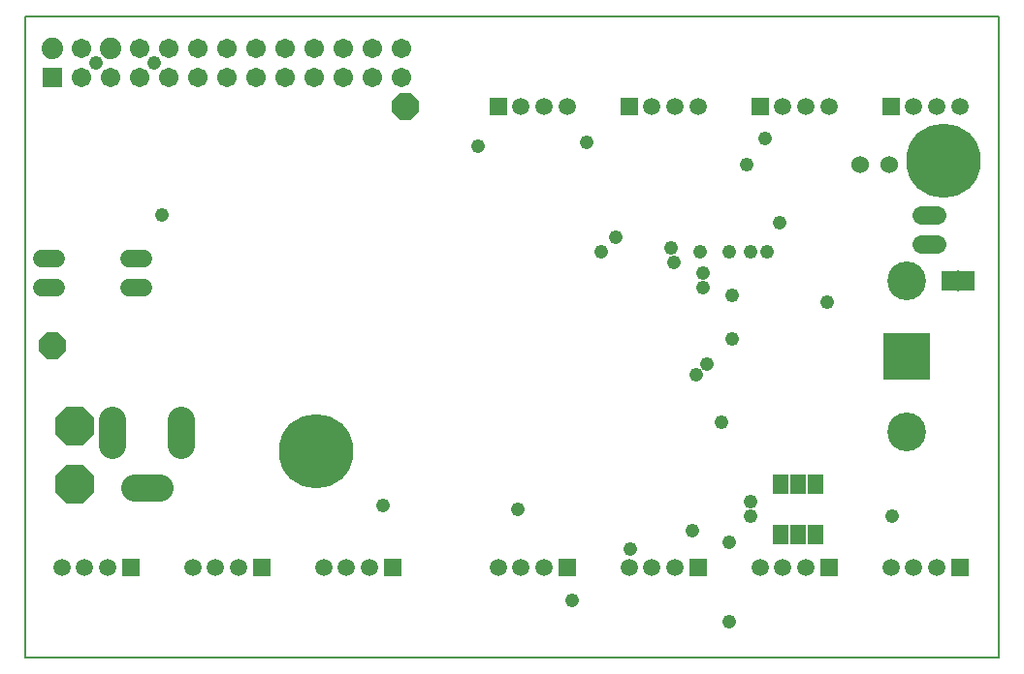
<source format=gbs>
G75*
%MOIN*%
%OFA0B0*%
%FSLAX24Y24*%
%IPPOS*%
%LPD*%
%AMOC8*
5,1,8,0,0,1.08239X$1,22.5*
%
%ADD10C,0.0050*%
%ADD11R,0.0674X0.0674*%
%ADD12C,0.0740*%
%ADD13C,0.0674*%
%ADD14C,0.0000*%
%ADD15C,0.1261*%
%ADD16C,0.0600*%
%ADD17R,0.1640X0.1640*%
%ADD18C,0.1330*%
%ADD19C,0.0940*%
%ADD20C,0.0600*%
%ADD21R,0.0595X0.0595*%
%ADD22C,0.0595*%
%ADD23OC8,0.0930*%
%ADD24OC8,0.1330*%
%ADD25R,0.0540X0.0710*%
%ADD26R,0.0060X0.0720*%
%ADD27C,0.0640*%
%ADD28C,0.0476*%
%ADD29C,0.2560*%
%ADD30C,0.0480*%
D10*
X000157Y000401D02*
X000157Y022448D01*
X033622Y022448D01*
X033622Y000401D01*
X000157Y000401D01*
D11*
X001102Y020371D03*
D12*
X001102Y021371D03*
X003102Y021371D03*
D13*
X004102Y021371D03*
X005102Y021371D03*
X006102Y021371D03*
X007102Y021371D03*
X008102Y021371D03*
X009102Y021371D03*
X010102Y021371D03*
X011102Y021371D03*
X012102Y021371D03*
X013102Y021371D03*
X013102Y020371D03*
X012102Y020371D03*
X011102Y020371D03*
X010102Y020371D03*
X009102Y020371D03*
X008102Y020371D03*
X007102Y020371D03*
X006102Y020371D03*
X005102Y020371D03*
X004102Y020371D03*
X003102Y020371D03*
X002102Y020371D03*
X002102Y021371D03*
D14*
X009573Y007496D02*
X009575Y007544D01*
X009581Y007592D01*
X009591Y007639D01*
X009604Y007685D01*
X009622Y007730D01*
X009642Y007774D01*
X009667Y007816D01*
X009695Y007855D01*
X009725Y007892D01*
X009759Y007926D01*
X009796Y007958D01*
X009834Y007987D01*
X009875Y008012D01*
X009918Y008034D01*
X009963Y008052D01*
X010009Y008066D01*
X010056Y008077D01*
X010104Y008084D01*
X010152Y008087D01*
X010200Y008086D01*
X010248Y008081D01*
X010296Y008072D01*
X010342Y008060D01*
X010387Y008043D01*
X010431Y008023D01*
X010473Y008000D01*
X010513Y007973D01*
X010551Y007943D01*
X010586Y007910D01*
X010618Y007874D01*
X010648Y007836D01*
X010674Y007795D01*
X010696Y007752D01*
X010716Y007708D01*
X010731Y007663D01*
X010743Y007616D01*
X010751Y007568D01*
X010755Y007520D01*
X010755Y007472D01*
X010751Y007424D01*
X010743Y007376D01*
X010731Y007329D01*
X010716Y007284D01*
X010696Y007240D01*
X010674Y007197D01*
X010648Y007156D01*
X010618Y007118D01*
X010586Y007082D01*
X010551Y007049D01*
X010513Y007019D01*
X010473Y006992D01*
X010431Y006969D01*
X010387Y006949D01*
X010342Y006932D01*
X010296Y006920D01*
X010248Y006911D01*
X010200Y006906D01*
X010152Y006905D01*
X010104Y006908D01*
X010056Y006915D01*
X010009Y006926D01*
X009963Y006940D01*
X009918Y006958D01*
X009875Y006980D01*
X009834Y007005D01*
X009796Y007034D01*
X009759Y007066D01*
X009725Y007100D01*
X009695Y007137D01*
X009667Y007176D01*
X009642Y007218D01*
X009622Y007262D01*
X009604Y007307D01*
X009591Y007353D01*
X009581Y007400D01*
X009575Y007448D01*
X009573Y007496D01*
X031136Y017496D02*
X031138Y017544D01*
X031144Y017592D01*
X031154Y017639D01*
X031167Y017685D01*
X031185Y017730D01*
X031205Y017774D01*
X031230Y017816D01*
X031258Y017855D01*
X031288Y017892D01*
X031322Y017926D01*
X031359Y017958D01*
X031397Y017987D01*
X031438Y018012D01*
X031481Y018034D01*
X031526Y018052D01*
X031572Y018066D01*
X031619Y018077D01*
X031667Y018084D01*
X031715Y018087D01*
X031763Y018086D01*
X031811Y018081D01*
X031859Y018072D01*
X031905Y018060D01*
X031950Y018043D01*
X031994Y018023D01*
X032036Y018000D01*
X032076Y017973D01*
X032114Y017943D01*
X032149Y017910D01*
X032181Y017874D01*
X032211Y017836D01*
X032237Y017795D01*
X032259Y017752D01*
X032279Y017708D01*
X032294Y017663D01*
X032306Y017616D01*
X032314Y017568D01*
X032318Y017520D01*
X032318Y017472D01*
X032314Y017424D01*
X032306Y017376D01*
X032294Y017329D01*
X032279Y017284D01*
X032259Y017240D01*
X032237Y017197D01*
X032211Y017156D01*
X032181Y017118D01*
X032149Y017082D01*
X032114Y017049D01*
X032076Y017019D01*
X032036Y016992D01*
X031994Y016969D01*
X031950Y016949D01*
X031905Y016932D01*
X031859Y016920D01*
X031811Y016911D01*
X031763Y016906D01*
X031715Y016905D01*
X031667Y016908D01*
X031619Y016915D01*
X031572Y016926D01*
X031526Y016940D01*
X031481Y016958D01*
X031438Y016980D01*
X031397Y017005D01*
X031359Y017034D01*
X031322Y017066D01*
X031288Y017100D01*
X031258Y017137D01*
X031230Y017176D01*
X031205Y017218D01*
X031185Y017262D01*
X031167Y017307D01*
X031154Y017353D01*
X031144Y017400D01*
X031138Y017448D01*
X031136Y017496D01*
D15*
X031727Y017496D03*
X010164Y007496D03*
D16*
X028852Y017371D03*
X029852Y017371D03*
D17*
X030477Y010746D03*
D18*
X030477Y008146D03*
X030477Y013346D03*
D19*
X005533Y008551D02*
X005533Y007691D01*
X004782Y006232D02*
X003922Y006232D01*
X003171Y007691D02*
X003171Y008551D01*
D20*
X003717Y013121D02*
X004237Y013121D01*
X004237Y014121D02*
X003717Y014121D01*
X001237Y014121D02*
X000717Y014121D01*
X000717Y013121D02*
X001237Y013121D01*
D21*
X003783Y003496D03*
X008283Y003496D03*
X012783Y003496D03*
X018783Y003496D03*
X023283Y003496D03*
X027783Y003496D03*
X032283Y003496D03*
X029921Y019371D03*
X025421Y019371D03*
X020921Y019371D03*
X016421Y019371D03*
D22*
X017208Y019371D03*
X017996Y019371D03*
X018783Y019371D03*
X021708Y019371D03*
X022496Y019371D03*
X023283Y019371D03*
X026208Y019371D03*
X026996Y019371D03*
X027783Y019371D03*
X030708Y019371D03*
X031496Y019371D03*
X032283Y019371D03*
X031496Y003496D03*
X030708Y003496D03*
X029921Y003496D03*
X026996Y003496D03*
X026208Y003496D03*
X025421Y003496D03*
X022496Y003496D03*
X021708Y003496D03*
X020921Y003496D03*
X017996Y003496D03*
X017208Y003496D03*
X016421Y003496D03*
X011996Y003496D03*
X011208Y003496D03*
X010421Y003496D03*
X007496Y003496D03*
X006708Y003496D03*
X005921Y003496D03*
X002996Y003496D03*
X002208Y003496D03*
X001421Y003496D03*
D23*
X001102Y011121D03*
X013227Y019371D03*
D24*
X001852Y008371D03*
X001852Y006371D03*
D25*
X026127Y006371D03*
X026727Y006371D03*
X027327Y006371D03*
X027327Y004621D03*
X026727Y004621D03*
X026127Y004621D03*
X031927Y013371D03*
X032527Y013371D03*
D26*
X032227Y013371D03*
D27*
X031507Y014621D02*
X030947Y014621D01*
X030947Y015621D02*
X031507Y015621D01*
D28*
X026102Y015371D03*
X023352Y014371D03*
X023477Y013621D03*
X023477Y013121D03*
X022477Y013996D03*
X020477Y014871D03*
X019977Y014371D03*
X015727Y017996D03*
X019477Y018121D03*
X025602Y018246D03*
X023602Y010496D03*
X023227Y010121D03*
X017102Y005496D03*
X020977Y004121D03*
X023102Y004746D03*
X024352Y004371D03*
X024352Y001621D03*
X018977Y002371D03*
X012477Y005621D03*
X004852Y015621D03*
X004602Y020871D03*
X002602Y020871D03*
X029977Y005246D03*
D29*
X031727Y017496D03*
X010164Y007496D03*
D30*
X022352Y014496D03*
X024352Y014371D03*
X025102Y014371D03*
X025664Y014371D03*
X024477Y012871D03*
X024477Y011371D03*
X027727Y012621D03*
X024102Y008496D03*
X025102Y005746D03*
X025102Y005246D03*
X024977Y017371D03*
M02*

</source>
